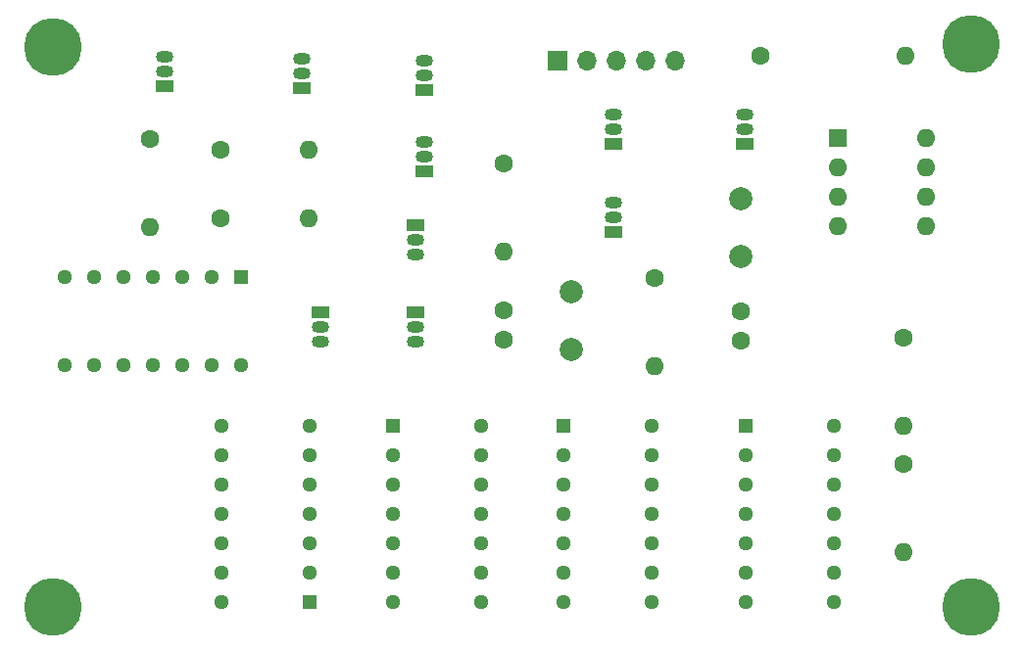
<source format=gbr>
%TF.GenerationSoftware,KiCad,Pcbnew,8.0.7*%
%TF.CreationDate,2024-12-10T16:24:59+05:30*%
%TF.ProjectId,FINAL PROJECT,46494e41-4c20-4505-924f-4a4543542e6b,rev?*%
%TF.SameCoordinates,Original*%
%TF.FileFunction,Soldermask,Bot*%
%TF.FilePolarity,Negative*%
%FSLAX46Y46*%
G04 Gerber Fmt 4.6, Leading zero omitted, Abs format (unit mm)*
G04 Created by KiCad (PCBNEW 8.0.7) date 2024-12-10 16:24:59*
%MOMM*%
%LPD*%
G01*
G04 APERTURE LIST*
%ADD10C,1.600000*%
%ADD11O,1.600000X1.600000*%
%ADD12C,5.000000*%
%ADD13R,1.500000X1.050000*%
%ADD14O,1.500000X1.050000*%
%ADD15C,2.000000*%
%ADD16R,1.700000X1.700000*%
%ADD17O,1.700000X1.700000*%
%ADD18R,1.295400X1.295400*%
%ADD19C,1.295400*%
%ADD20R,1.600000X1.600000*%
G04 APERTURE END LIST*
D10*
%TO.C,C2*%
X173430000Y-100390000D03*
X173430000Y-97890000D03*
%TD*%
%TO.C,R4*%
X166010000Y-95040000D03*
D11*
X166010000Y-102660000D03*
%TD*%
D10*
%TO.C,R2*%
X128475000Y-83950000D03*
D11*
X136095000Y-83950000D03*
%TD*%
D12*
%TO.C,H3*%
X114020000Y-123430000D03*
%TD*%
D13*
%TO.C,Q5*%
X146050000Y-85790000D03*
D14*
X146050000Y-84520000D03*
X146050000Y-83250000D03*
%TD*%
D13*
%TO.C,Q9*%
X162380000Y-83440000D03*
D14*
X162380000Y-82170000D03*
X162380000Y-80900000D03*
%TD*%
D10*
%TO.C,R7*%
X152960000Y-85130000D03*
D11*
X152960000Y-92750000D03*
%TD*%
D13*
%TO.C,Q6*%
X145330000Y-90440000D03*
D14*
X145330000Y-91710000D03*
X145330000Y-92980000D03*
%TD*%
D12*
%TO.C,H2*%
X193300000Y-74810000D03*
%TD*%
D15*
%TO.C,C4*%
X158810000Y-96185000D03*
X158810000Y-101185000D03*
%TD*%
D10*
%TO.C,R5*%
X187470000Y-100180000D03*
D11*
X187470000Y-107800000D03*
%TD*%
D16*
%TO.C,J1*%
X157585000Y-76180000D03*
D17*
X160125000Y-76180000D03*
X162665000Y-76180000D03*
X165205000Y-76180000D03*
X167745000Y-76180000D03*
%TD*%
D10*
%TO.C,R6*%
X187470000Y-111120000D03*
D11*
X187470000Y-118740000D03*
%TD*%
D12*
%TO.C,H1*%
X114020000Y-75000000D03*
%TD*%
D13*
%TO.C,Q8*%
X162380000Y-91000000D03*
D14*
X162380000Y-89730000D03*
X162380000Y-88460000D03*
%TD*%
D10*
%TO.C,R1*%
X122380000Y-82960000D03*
D11*
X122380000Y-90580000D03*
%TD*%
D10*
%TO.C,C3*%
X152960000Y-97820000D03*
X152960000Y-100320000D03*
%TD*%
D13*
%TO.C,Q10*%
X173790000Y-83440000D03*
D14*
X173790000Y-82170000D03*
X173790000Y-80900000D03*
%TD*%
D15*
%TO.C,C1*%
X173430000Y-88160000D03*
X173430000Y-93160000D03*
%TD*%
D18*
%TO.C,U4*%
X158070000Y-107780000D03*
D19*
X158070000Y-110320000D03*
X158070000Y-112860000D03*
X158070000Y-115400000D03*
X158070000Y-117940000D03*
X158070000Y-120480000D03*
X158070000Y-123020000D03*
X165690000Y-123020000D03*
X165690000Y-120480000D03*
X165690000Y-117940000D03*
X165690000Y-115400000D03*
X165690000Y-112860000D03*
X165690000Y-110320000D03*
X165690000Y-107780000D03*
%TD*%
D13*
%TO.C,Q3*%
X137060000Y-98010000D03*
D14*
X137060000Y-99280000D03*
X137060000Y-100550000D03*
%TD*%
D18*
%TO.C,U5*%
X173820000Y-107780000D03*
D19*
X173820000Y-110320000D03*
X173820000Y-112860000D03*
X173820000Y-115400000D03*
X173820000Y-117940000D03*
X173820000Y-120480000D03*
X173820000Y-123020000D03*
X181440000Y-123020000D03*
X181440000Y-120480000D03*
X181440000Y-117940000D03*
X181440000Y-115400000D03*
X181440000Y-112860000D03*
X181440000Y-110320000D03*
X181440000Y-107780000D03*
%TD*%
D10*
%TO.C,C5*%
X175120000Y-75810000D03*
D11*
X187620000Y-75810000D03*
%TD*%
D18*
%TO.C,U3*%
X143380000Y-107780000D03*
D19*
X143380000Y-110320000D03*
X143380000Y-112860000D03*
X143380000Y-115400000D03*
X143380000Y-117940000D03*
X143380000Y-120480000D03*
X143380000Y-123020000D03*
X151000000Y-123020000D03*
X151000000Y-120480000D03*
X151000000Y-117940000D03*
X151000000Y-115400000D03*
X151000000Y-112860000D03*
X151000000Y-110320000D03*
X151000000Y-107780000D03*
%TD*%
D18*
%TO.C,U1*%
X136155000Y-123020000D03*
D19*
X136155000Y-120480000D03*
X136155000Y-117940000D03*
X136155000Y-115400000D03*
X136155000Y-112860000D03*
X136155000Y-110320000D03*
X136155000Y-107780000D03*
X128535000Y-107780000D03*
X128535000Y-110320000D03*
X128535000Y-112860000D03*
X128535000Y-115400000D03*
X128535000Y-117940000D03*
X128535000Y-120480000D03*
X128535000Y-123020000D03*
%TD*%
D13*
%TO.C,Q4*%
X146050000Y-78740000D03*
D14*
X146050000Y-77470000D03*
X146050000Y-76200000D03*
%TD*%
D10*
%TO.C,R3*%
X128475000Y-89810000D03*
D11*
X136095000Y-89810000D03*
%TD*%
D12*
%TO.C,H4*%
X193300000Y-123430000D03*
%TD*%
D13*
%TO.C,Q1*%
X123620000Y-78430000D03*
D14*
X123620000Y-77160000D03*
X123620000Y-75890000D03*
%TD*%
D13*
%TO.C,Q7*%
X145330000Y-98010000D03*
D14*
X145330000Y-99280000D03*
X145330000Y-100550000D03*
%TD*%
D18*
%TO.C,U2*%
X130280000Y-94970000D03*
D19*
X127740000Y-94970000D03*
X125200000Y-94970000D03*
X122660000Y-94970000D03*
X120120000Y-94970000D03*
X117580000Y-94970000D03*
X115040000Y-94970000D03*
X115040000Y-102590000D03*
X117580000Y-102590000D03*
X120120000Y-102590000D03*
X122660000Y-102590000D03*
X125200000Y-102590000D03*
X127740000Y-102590000D03*
X130280000Y-102590000D03*
%TD*%
D13*
%TO.C,Q2*%
X135500000Y-78590000D03*
D14*
X135500000Y-77320000D03*
X135500000Y-76050000D03*
%TD*%
D20*
%TO.C,U6*%
X181820000Y-82930000D03*
D11*
X181820000Y-85470000D03*
X181820000Y-88010000D03*
X181820000Y-90550000D03*
X189440000Y-90550000D03*
X189440000Y-88010000D03*
X189440000Y-85470000D03*
X189440000Y-82930000D03*
%TD*%
M02*

</source>
